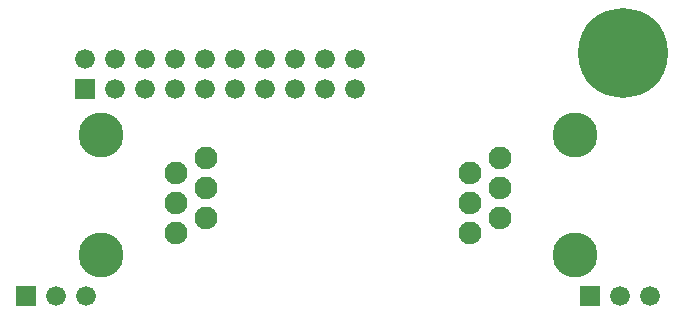
<source format=gbr>
G04 start of page 7 for group -4062 idx -4062 *
G04 Title: (unknown), soldermask *
G04 Creator: pcb 20140316 *
G04 CreationDate: Thu 29 Nov 2018 10:04:31 PM GMT UTC *
G04 For: railfan *
G04 Format: Gerber/RS-274X *
G04 PCB-Dimensions (mil): 2220.00 1040.00 *
G04 PCB-Coordinate-Origin: lower left *
%MOIN*%
%FSLAX25Y25*%
%LNBOTTOMMASK*%
%ADD61C,0.0760*%
%ADD60C,0.0660*%
%ADD59C,0.1500*%
%ADD58C,0.0001*%
%ADD57C,0.2997*%
G54D57*X206000Y88000D03*
G54D58*G36*
X191700Y10300D02*Y3700D01*
X198300D01*
Y10300D01*
X191700D01*
G37*
G54D59*X190000Y20500D03*
Y60500D03*
G54D60*X205000Y7000D03*
X215000D03*
G54D61*X155000Y28000D03*
Y38000D03*
Y48000D03*
X165000Y33000D03*
Y43000D03*
Y53000D03*
G54D58*G36*
X23200Y79300D02*Y72700D01*
X29800D01*
Y79300D01*
X23200D01*
G37*
G54D60*X36500Y76000D03*
X26500Y86000D03*
X36500D03*
X56500Y76000D03*
X66500D03*
X76500D03*
X46500D03*
Y86000D03*
X56500D03*
X66500D03*
X76500D03*
X86500D03*
X96500D03*
X106500D03*
X116500D03*
X86500Y76000D03*
X96500D03*
X106500D03*
X116500D03*
G54D61*X67000Y53000D03*
Y43000D03*
Y33000D03*
X57000Y48000D03*
Y38000D03*
Y28000D03*
G54D59*X32000Y60500D03*
Y20500D03*
G54D58*G36*
X3700Y10300D02*Y3700D01*
X10300D01*
Y10300D01*
X3700D01*
G37*
G54D60*X17000Y7000D03*
X27000D03*
M02*

</source>
